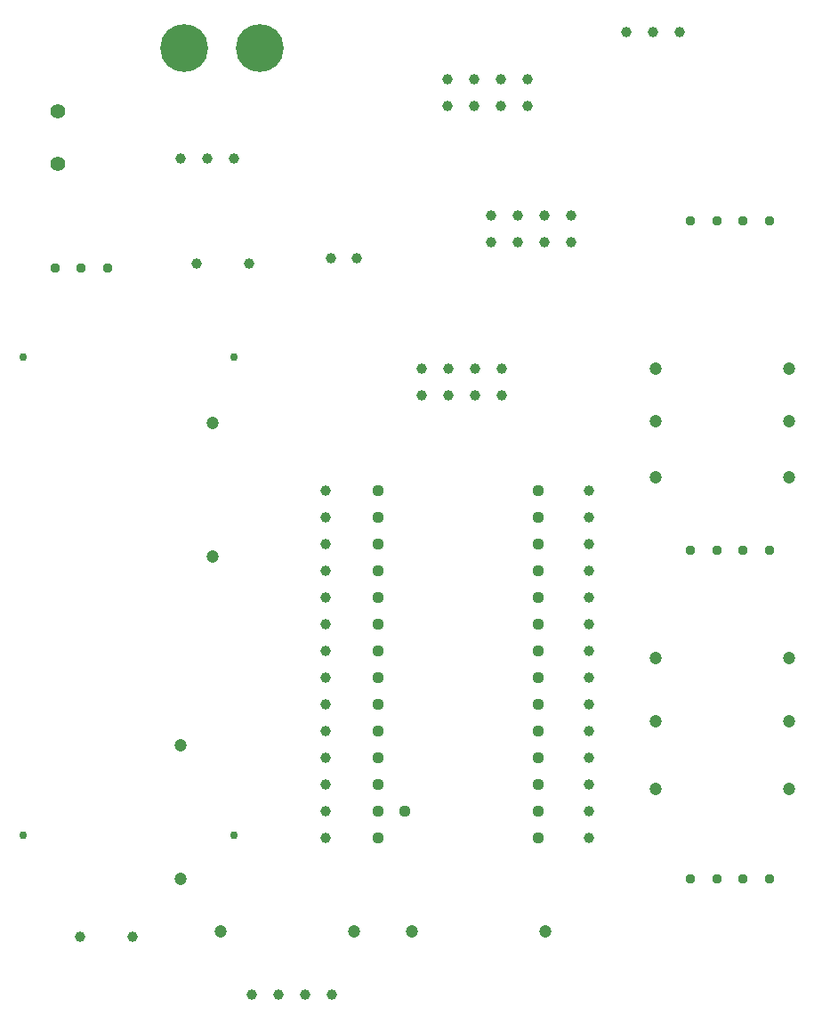
<source format=gbr>
%TF.GenerationSoftware,KiCad,Pcbnew,8.0.1*%
%TF.CreationDate,2024-04-25T00:57:53+03:00*%
%TF.ProjectId,Modul_LCD,4d6f6475-6c5f-44c4-9344-2e6b69636164,rev?*%
%TF.SameCoordinates,Original*%
%TF.FileFunction,Plated,1,2,PTH,Drill*%
%TF.FilePolarity,Positive*%
%FSLAX46Y46*%
G04 Gerber Fmt 4.6, Leading zero omitted, Abs format (unit mm)*
G04 Created by KiCad (PCBNEW 8.0.1) date 2024-04-25 00:57:53*
%MOMM*%
%LPD*%
G01*
G04 APERTURE LIST*
%TA.AperFunction,ComponentDrill*%
%ADD10C,0.762000*%
%TD*%
%TA.AperFunction,ComponentDrill*%
%ADD11C,0.950000*%
%TD*%
%TA.AperFunction,ComponentDrill*%
%ADD12C,1.000000*%
%TD*%
%TA.AperFunction,ComponentDrill*%
%ADD13C,1.110000*%
%TD*%
%TA.AperFunction,ComponentDrill*%
%ADD14C,1.200000*%
%TD*%
%TA.AperFunction,ComponentDrill*%
%ADD15C,1.400000*%
%TD*%
%TA.AperFunction,ComponentDrill*%
%ADD16C,4.550000*%
%TD*%
G04 APERTURE END LIST*
D10*
%TO.C,U1*%
X23500000Y-55381000D03*
X23500000Y-100881000D03*
X43500000Y-55381000D03*
X43500000Y-100881000D03*
D11*
%TO.C,J8*%
X26500000Y-46975000D03*
X29000000Y-46975000D03*
X31500000Y-46975000D03*
%TO.C,J6*%
X87000000Y-42475000D03*
%TO.C,J5*%
X87000000Y-73737500D03*
%TO.C,J4*%
X87000000Y-105000000D03*
%TO.C,J6*%
X89500000Y-42475000D03*
%TO.C,J5*%
X89500000Y-73737500D03*
%TO.C,J4*%
X89500000Y-105000000D03*
%TO.C,J6*%
X92000000Y-42475000D03*
%TO.C,J5*%
X92000000Y-73737500D03*
%TO.C,J4*%
X92000000Y-105000000D03*
%TO.C,J6*%
X94500000Y-42475000D03*
%TO.C,J5*%
X94500000Y-73737500D03*
%TO.C,J4*%
X94500000Y-105000000D03*
D12*
%TO.C,C2*%
X28867677Y-110500000D03*
X33867677Y-110500000D03*
%TO.C,J13*%
X38460000Y-36500000D03*
%TO.C,C1*%
X40000000Y-46500000D03*
%TO.C,J13*%
X41000000Y-36500000D03*
X43540000Y-36500000D03*
%TO.C,C1*%
X45000000Y-46500000D03*
%TO.C,J9*%
X45200000Y-116000000D03*
X47740000Y-116000000D03*
X50280000Y-116000000D03*
%TO.C,J16*%
X52300000Y-68120000D03*
X52300000Y-70660000D03*
X52300000Y-73200000D03*
X52300000Y-75740000D03*
X52300000Y-78280000D03*
X52300000Y-80820000D03*
X52300000Y-83360000D03*
X52300000Y-85900000D03*
X52300000Y-88440000D03*
X52300000Y-90980000D03*
X52300000Y-93520000D03*
X52300000Y-96060000D03*
X52300000Y-98600000D03*
X52300000Y-101140000D03*
%TO.C,D1*%
X52750000Y-45975000D03*
%TO.C,J9*%
X52820000Y-116000000D03*
%TO.C,D1*%
X55250000Y-45975000D03*
%TO.C,J10*%
X61420000Y-56500000D03*
X61420000Y-59040000D03*
%TO.C,J2*%
X63880000Y-28960000D03*
X63880000Y-31500000D03*
%TO.C,J10*%
X63960000Y-56500000D03*
X63960000Y-59040000D03*
%TO.C,J2*%
X66420000Y-28960000D03*
X66420000Y-31500000D03*
%TO.C,J10*%
X66500000Y-56500000D03*
X66500000Y-59040000D03*
%TO.C,J1*%
X68000000Y-41960000D03*
X68000000Y-44500000D03*
%TO.C,J2*%
X68960000Y-28960000D03*
X68960000Y-31500000D03*
%TO.C,J10*%
X69040000Y-56500000D03*
X69040000Y-59040000D03*
%TO.C,J1*%
X70540000Y-41960000D03*
X70540000Y-44500000D03*
%TO.C,J2*%
X71500000Y-28960000D03*
X71500000Y-31500000D03*
%TO.C,J1*%
X73080000Y-41960000D03*
X73080000Y-44500000D03*
X75620000Y-41960000D03*
X75620000Y-44500000D03*
%TO.C,J15*%
X77300000Y-68100000D03*
X77300000Y-70640000D03*
X77300000Y-73180000D03*
X77300000Y-75720000D03*
X77300000Y-78260000D03*
X77300000Y-80800000D03*
X77300000Y-83340000D03*
X77300000Y-85880000D03*
X77300000Y-88420000D03*
X77300000Y-90960000D03*
X77300000Y-93500000D03*
X77300000Y-96040000D03*
X77300000Y-98580000D03*
X77300000Y-101120000D03*
%TO.C,J7*%
X80920000Y-24500000D03*
X83460000Y-24500000D03*
X86000000Y-24500000D03*
D13*
%TO.C,IC1*%
X57260000Y-68140000D03*
X57260000Y-70680000D03*
X57260000Y-73220000D03*
X57260000Y-75760000D03*
X57260000Y-78300000D03*
X57260000Y-80840000D03*
X57260000Y-83380000D03*
X57260000Y-85920000D03*
X57260000Y-88460000D03*
X57260000Y-91000000D03*
X57260000Y-93540000D03*
X57260000Y-96080000D03*
X57260000Y-98620000D03*
X57260000Y-101160000D03*
X59800000Y-98620000D03*
X72500000Y-68140000D03*
X72500000Y-70680000D03*
X72500000Y-73220000D03*
X72500000Y-75760000D03*
X72500000Y-78300000D03*
X72500000Y-80840000D03*
X72500000Y-83380000D03*
X72500000Y-85920000D03*
X72500000Y-88460000D03*
X72500000Y-91000000D03*
X72500000Y-93540000D03*
X72500000Y-96080000D03*
X72500000Y-98620000D03*
X72500000Y-101160000D03*
D14*
%TO.C,R1*%
X38500000Y-92300000D03*
X38500000Y-105000000D03*
%TO.C,R10*%
X41500000Y-61650000D03*
X41500000Y-74350000D03*
%TO.C,R2*%
X42300000Y-110000000D03*
X55000000Y-110000000D03*
%TO.C,R3*%
X60500000Y-110000000D03*
X73200000Y-110000000D03*
%TO.C,R7*%
X83650000Y-56500000D03*
%TO.C,R8*%
X83650000Y-61500000D03*
%TO.C,R9*%
X83650000Y-66800000D03*
%TO.C,R6*%
X83650000Y-84000000D03*
%TO.C,R5*%
X83650000Y-90000000D03*
%TO.C,R4*%
X83650000Y-96500000D03*
%TO.C,R7*%
X96350000Y-56500000D03*
%TO.C,R8*%
X96350000Y-61500000D03*
%TO.C,R9*%
X96350000Y-66800000D03*
%TO.C,R6*%
X96350000Y-84000000D03*
%TO.C,R5*%
X96350000Y-90000000D03*
%TO.C,R4*%
X96350000Y-96500000D03*
D15*
%TO.C,J12*%
X26750000Y-32000000D03*
X26750000Y-37000000D03*
D16*
%TO.C,J14*%
X38800000Y-26000000D03*
X46000000Y-26000000D03*
M02*

</source>
